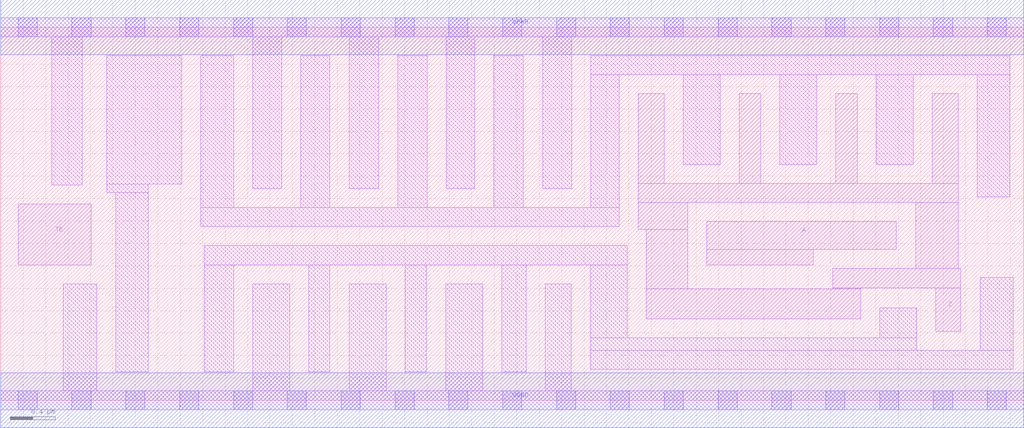
<source format=lef>
# Copyright 2020 The SkyWater PDK Authors
#
# Licensed under the Apache License, Version 2.0 (the "License");
# you may not use this file except in compliance with the License.
# You may obtain a copy of the License at
#
#     https://www.apache.org/licenses/LICENSE-2.0
#
# Unless required by applicable law or agreed to in writing, software
# distributed under the License is distributed on an "AS IS" BASIS,
# WITHOUT WARRANTIES OR CONDITIONS OF ANY KIND, either express or implied.
# See the License for the specific language governing permissions and
# limitations under the License.
#
# SPDX-License-Identifier: Apache-2.0

VERSION 5.7 ;
  NOWIREEXTENSIONATPIN ON ;
  DIVIDERCHAR "/" ;
  BUSBITCHARS "[]" ;
UNITS
  DATABASE MICRONS 200 ;
END UNITS
MACRO sky130_fd_sc_lp__einvp_8
  CLASS CORE ;
  FOREIGN sky130_fd_sc_lp__einvp_8 ;
  ORIGIN  0.000000  0.000000 ;
  SIZE  9.120000 BY  3.330000 ;
  SYMMETRY X Y R90 ;
  SITE unit ;
  PIN A
    ANTENNAGATEAREA  2.520000 ;
    DIRECTION INPUT ;
    USE SIGNAL ;
    PORT
      LAYER li1 ;
        RECT 6.295000 1.210000 7.245000 1.345000 ;
        RECT 6.295000 1.345000 7.985000 1.595000 ;
    END
  END A
  PIN TE
    ANTENNAGATEAREA  1.323000 ;
    DIRECTION INPUT ;
    USE SIGNAL ;
    PORT
      LAYER li1 ;
        RECT 0.155000 1.210000 0.805000 1.750000 ;
    END
  END TE
  PIN Z
    ANTENNADIFFAREA  2.352000 ;
    DIRECTION OUTPUT ;
    USE SIGNAL ;
    PORT
      LAYER li1 ;
        RECT 5.685000 1.525000 6.125000 1.765000 ;
        RECT 5.685000 1.765000 8.535000 1.935000 ;
        RECT 5.685000 1.935000 5.915000 2.735000 ;
        RECT 5.755000 0.725000 7.665000 0.995000 ;
        RECT 5.755000 0.995000 6.125000 1.525000 ;
        RECT 6.585000 1.935000 6.775000 2.735000 ;
        RECT 7.415000 0.995000 7.665000 1.005000 ;
        RECT 7.415000 1.005000 8.560000 1.175000 ;
        RECT 7.445000 1.935000 7.635000 2.735000 ;
        RECT 8.155000 1.175000 8.535000 1.765000 ;
        RECT 8.305000 1.935000 8.535000 2.735000 ;
        RECT 8.335000 0.615000 8.560000 1.005000 ;
    END
  END Z
  PIN VGND
    DIRECTION INOUT ;
    USE GROUND ;
    PORT
      LAYER met1 ;
        RECT 0.000000 -0.245000 9.120000 0.245000 ;
    END
  END VGND
  PIN VPWR
    DIRECTION INOUT ;
    USE POWER ;
    PORT
      LAYER met1 ;
        RECT 0.000000 3.085000 9.120000 3.575000 ;
    END
  END VPWR
  OBS
    LAYER li1 ;
      RECT 0.000000 -0.085000 9.120000 0.085000 ;
      RECT 0.000000  3.245000 9.120000 3.415000 ;
      RECT 0.455000  1.920000 0.725000 3.245000 ;
      RECT 0.555000  0.085000 0.855000 1.040000 ;
      RECT 0.945000  1.855000 1.315000 1.930000 ;
      RECT 0.945000  1.930000 1.615000 3.075000 ;
      RECT 1.025000  0.255000 1.315000 1.855000 ;
      RECT 1.785000  1.550000 5.515000 1.720000 ;
      RECT 1.785000  1.720000 2.075000 3.075000 ;
      RECT 1.815000  0.255000 2.075000 1.210000 ;
      RECT 1.815000  1.210000 5.585000 1.380000 ;
      RECT 2.245000  0.085000 2.575000 1.040000 ;
      RECT 2.245000  1.890000 2.505000 3.245000 ;
      RECT 2.675000  1.720000 2.935000 3.075000 ;
      RECT 2.745000  0.255000 2.935000 1.210000 ;
      RECT 3.105000  0.085000 3.435000 1.040000 ;
      RECT 3.105000  1.890000 3.370000 3.245000 ;
      RECT 3.540000  1.720000 3.800000 3.075000 ;
      RECT 3.605000  0.255000 3.795000 1.210000 ;
      RECT 3.965000  0.085000 4.295000 1.040000 ;
      RECT 3.970000  1.890000 4.225000 3.245000 ;
      RECT 4.395000  1.720000 4.660000 3.075000 ;
      RECT 4.465000  0.255000 4.685000 1.210000 ;
      RECT 4.830000  1.890000 5.090000 3.245000 ;
      RECT 4.855000  0.085000 5.085000 1.040000 ;
      RECT 5.255000  0.275000 9.025000 0.445000 ;
      RECT 5.255000  0.445000 8.165000 0.555000 ;
      RECT 5.255000  0.555000 5.585000 1.210000 ;
      RECT 5.260000  1.720000 5.515000 2.905000 ;
      RECT 5.260000  2.905000 8.995000 3.075000 ;
      RECT 6.085000  2.105000 6.415000 2.905000 ;
      RECT 6.945000  2.105000 7.275000 2.905000 ;
      RECT 7.805000  2.105000 8.135000 2.905000 ;
      RECT 7.835000  0.555000 8.165000 0.825000 ;
      RECT 8.705000  1.815000 8.995000 2.905000 ;
      RECT 8.730000  0.445000 9.025000 1.095000 ;
    LAYER mcon ;
      RECT 0.155000 -0.085000 0.325000 0.085000 ;
      RECT 0.155000  3.245000 0.325000 3.415000 ;
      RECT 0.635000 -0.085000 0.805000 0.085000 ;
      RECT 0.635000  3.245000 0.805000 3.415000 ;
      RECT 1.115000 -0.085000 1.285000 0.085000 ;
      RECT 1.115000  3.245000 1.285000 3.415000 ;
      RECT 1.595000 -0.085000 1.765000 0.085000 ;
      RECT 1.595000  3.245000 1.765000 3.415000 ;
      RECT 2.075000 -0.085000 2.245000 0.085000 ;
      RECT 2.075000  3.245000 2.245000 3.415000 ;
      RECT 2.555000 -0.085000 2.725000 0.085000 ;
      RECT 2.555000  3.245000 2.725000 3.415000 ;
      RECT 3.035000 -0.085000 3.205000 0.085000 ;
      RECT 3.035000  3.245000 3.205000 3.415000 ;
      RECT 3.515000 -0.085000 3.685000 0.085000 ;
      RECT 3.515000  3.245000 3.685000 3.415000 ;
      RECT 3.995000 -0.085000 4.165000 0.085000 ;
      RECT 3.995000  3.245000 4.165000 3.415000 ;
      RECT 4.475000 -0.085000 4.645000 0.085000 ;
      RECT 4.475000  3.245000 4.645000 3.415000 ;
      RECT 4.955000 -0.085000 5.125000 0.085000 ;
      RECT 4.955000  3.245000 5.125000 3.415000 ;
      RECT 5.435000 -0.085000 5.605000 0.085000 ;
      RECT 5.435000  3.245000 5.605000 3.415000 ;
      RECT 5.915000 -0.085000 6.085000 0.085000 ;
      RECT 5.915000  3.245000 6.085000 3.415000 ;
      RECT 6.395000 -0.085000 6.565000 0.085000 ;
      RECT 6.395000  3.245000 6.565000 3.415000 ;
      RECT 6.875000 -0.085000 7.045000 0.085000 ;
      RECT 6.875000  3.245000 7.045000 3.415000 ;
      RECT 7.355000 -0.085000 7.525000 0.085000 ;
      RECT 7.355000  3.245000 7.525000 3.415000 ;
      RECT 7.835000 -0.085000 8.005000 0.085000 ;
      RECT 7.835000  3.245000 8.005000 3.415000 ;
      RECT 8.315000 -0.085000 8.485000 0.085000 ;
      RECT 8.315000  3.245000 8.485000 3.415000 ;
      RECT 8.795000 -0.085000 8.965000 0.085000 ;
      RECT 8.795000  3.245000 8.965000 3.415000 ;
  END
END sky130_fd_sc_lp__einvp_8
END LIBRARY

</source>
